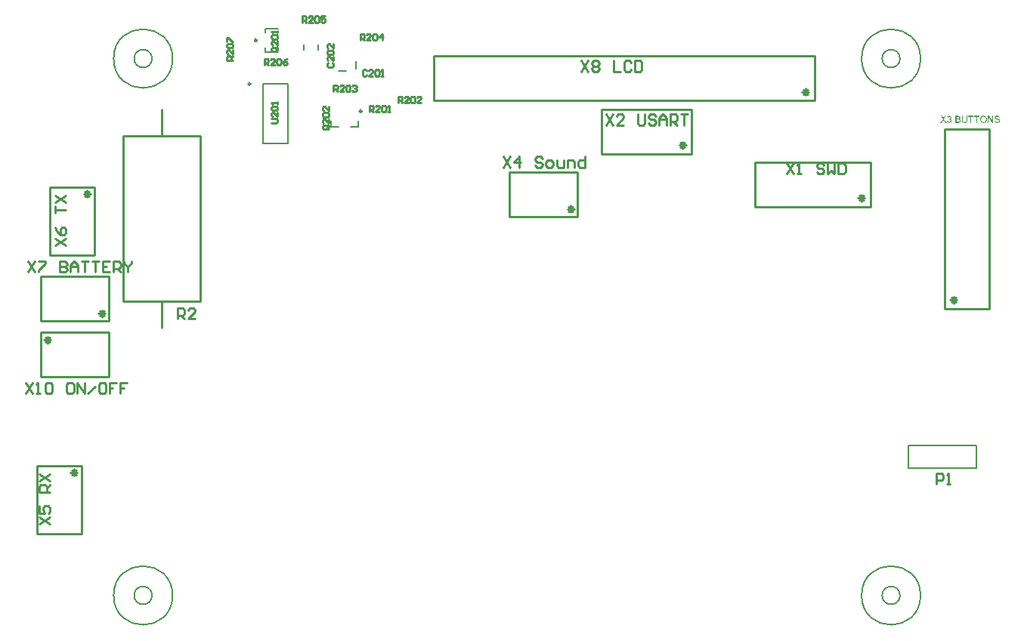
<source format=gto>
%FSLAX25Y25*%
%MOIN*%
G70*
G01*
G75*
%ADD10R,0.09449X0.03937*%
%ADD11R,0.09449X0.12992*%
%ADD12R,0.04331X0.03937*%
%ADD13R,0.03937X0.04331*%
%ADD14R,0.02362X0.05118*%
%ADD15R,0.03740X0.03543*%
%ADD16R,0.03740X0.03543*%
%ADD17R,0.07087X0.06299*%
%ADD18C,0.01969*%
%ADD19C,0.01181*%
%ADD20C,0.11811*%
%ADD21C,0.07874*%
%ADD22R,0.07874X0.07874*%
%ADD23C,0.09843*%
%ADD24C,0.05906*%
%ADD25R,0.19685X0.05118*%
%ADD26R,0.06299X0.07087*%
%ADD27R,0.09449X0.10236*%
%ADD28R,0.10236X0.09449*%
%ADD29R,0.05118X0.02362*%
%ADD30O,0.08661X0.02362*%
%ADD31O,0.07087X0.01181*%
%ADD32O,0.01181X0.07087*%
%ADD33R,0.03937X0.09449*%
%ADD34R,0.12992X0.09449*%
%ADD35O,0.02362X0.08661*%
%ADD36R,0.06299X0.04921*%
%ADD37R,0.09449X0.12992*%
%ADD38R,0.04921X0.06299*%
%ADD39R,0.09449X0.07087*%
%ADD40C,0.03937*%
%ADD41C,0.07874*%
%ADD42C,0.00984*%
%ADD43C,0.00787*%
%ADD44C,0.01000*%
G36*
X612250Y428441D02*
Y428437D01*
Y428419D01*
Y428398D01*
Y428367D01*
X612245Y428328D01*
Y428284D01*
X612241Y428232D01*
X612236Y428179D01*
X612223Y428061D01*
X612206Y427939D01*
X612180Y427821D01*
X612162Y427764D01*
X612145Y427712D01*
Y427707D01*
X612140Y427699D01*
X612132Y427685D01*
X612123Y427668D01*
X612097Y427620D01*
X612057Y427559D01*
X612005Y427489D01*
X611944Y427419D01*
X611865Y427345D01*
X611769Y427279D01*
X611764D01*
X611756Y427270D01*
X611743Y427266D01*
X611721Y427253D01*
X611694Y427240D01*
X611660Y427226D01*
X611625Y427213D01*
X611581Y427196D01*
X611533Y427178D01*
X611480Y427165D01*
X611424Y427152D01*
X611358Y427139D01*
X611293Y427130D01*
X611223Y427122D01*
X611065Y427113D01*
X611026D01*
X610995Y427117D01*
X610960D01*
X610917Y427122D01*
X610869Y427126D01*
X610820Y427130D01*
X610711Y427148D01*
X610593Y427174D01*
X610480Y427209D01*
X610370Y427257D01*
X610366D01*
X610357Y427266D01*
X610344Y427275D01*
X610327Y427283D01*
X610279Y427318D01*
X610222Y427366D01*
X610156Y427427D01*
X610095Y427497D01*
X610034Y427585D01*
X609986Y427681D01*
Y427685D01*
X609981Y427694D01*
X609977Y427712D01*
X609968Y427733D01*
X609960Y427760D01*
X609951Y427795D01*
X609938Y427834D01*
X609929Y427882D01*
X609920Y427935D01*
X609907Y427991D01*
X609898Y428053D01*
X609890Y428118D01*
X609881Y428192D01*
X609877Y428271D01*
X609872Y428354D01*
Y428441D01*
Y430189D01*
X610274D01*
Y428441D01*
Y428437D01*
Y428424D01*
Y428402D01*
Y428376D01*
X610279Y428345D01*
Y428306D01*
X610283Y428223D01*
X610292Y428127D01*
X610305Y428031D01*
X610322Y427939D01*
X610331Y427900D01*
X610344Y427860D01*
X610349Y427851D01*
X610357Y427830D01*
X610379Y427799D01*
X610405Y427755D01*
X610436Y427712D01*
X610480Y427664D01*
X610532Y427615D01*
X610593Y427576D01*
X610602Y427572D01*
X610624Y427559D01*
X610663Y427545D01*
X610716Y427528D01*
X610777Y427506D01*
X610855Y427493D01*
X610939Y427480D01*
X611030Y427476D01*
X611074D01*
X611100Y427480D01*
X611139D01*
X611179Y427484D01*
X611275Y427502D01*
X611380Y427524D01*
X611480Y427559D01*
X611577Y427607D01*
X611620Y427637D01*
X611660Y427672D01*
X611664Y427677D01*
X611668Y427681D01*
X611677Y427694D01*
X611690Y427712D01*
X611703Y427738D01*
X611721Y427764D01*
X611738Y427803D01*
X611756Y427843D01*
X611773Y427891D01*
X611786Y427948D01*
X611804Y428013D01*
X611817Y428083D01*
X611830Y428162D01*
X611839Y428245D01*
X611847Y428341D01*
Y428441D01*
Y430189D01*
X612250D01*
Y428441D01*
D02*
G37*
G36*
X608251Y430185D02*
X608286D01*
X608365Y430176D01*
X608452Y430167D01*
X608544Y430150D01*
X608636Y430128D01*
X608718Y430098D01*
X608723D01*
X608727Y430093D01*
X608753Y430080D01*
X608793Y430058D01*
X608837Y430028D01*
X608889Y429988D01*
X608946Y429940D01*
X608998Y429879D01*
X609046Y429814D01*
X609051Y429805D01*
X609064Y429779D01*
X609086Y429744D01*
X609107Y429691D01*
X609129Y429630D01*
X609151Y429565D01*
X609164Y429490D01*
X609169Y429416D01*
Y429407D01*
Y429385D01*
X609164Y429346D01*
X609156Y429298D01*
X609142Y429241D01*
X609121Y429180D01*
X609094Y429119D01*
X609059Y429053D01*
X609055Y429044D01*
X609042Y429027D01*
X609016Y428992D01*
X608981Y428957D01*
X608937Y428913D01*
X608885Y428865D01*
X608819Y428822D01*
X608745Y428778D01*
X608749D01*
X608758Y428773D01*
X608771Y428769D01*
X608788Y428760D01*
X608841Y428743D01*
X608902Y428712D01*
X608968Y428673D01*
X609042Y428625D01*
X609107Y428568D01*
X609169Y428498D01*
X609173Y428489D01*
X609191Y428463D01*
X609217Y428424D01*
X609243Y428371D01*
X609269Y428302D01*
X609295Y428227D01*
X609313Y428140D01*
X609317Y428044D01*
Y428039D01*
Y428035D01*
Y428009D01*
X609313Y427965D01*
X609304Y427913D01*
X609295Y427851D01*
X609278Y427786D01*
X609256Y427716D01*
X609226Y427646D01*
X609221Y427637D01*
X609208Y427615D01*
X609191Y427585D01*
X609164Y427541D01*
X609129Y427497D01*
X609094Y427449D01*
X609051Y427401D01*
X609003Y427362D01*
X608998Y427358D01*
X608981Y427345D01*
X608950Y427327D01*
X608911Y427310D01*
X608863Y427283D01*
X608806Y427257D01*
X608745Y427235D01*
X608671Y427213D01*
X608662D01*
X608636Y427205D01*
X608592Y427200D01*
X608535Y427192D01*
X608465Y427183D01*
X608382Y427174D01*
X608290Y427170D01*
X608185Y427165D01*
X607032D01*
Y430189D01*
X608220D01*
X608251Y430185D01*
D02*
G37*
G36*
X617668Y429831D02*
X616672D01*
Y427165D01*
X616270D01*
Y429831D01*
X615274D01*
Y430189D01*
X617668D01*
Y429831D01*
D02*
G37*
G36*
X615086D02*
X614089D01*
Y427165D01*
X613687D01*
Y429831D01*
X612691D01*
Y430189D01*
X615086D01*
Y429831D01*
D02*
G37*
G36*
X623747Y427165D02*
X623332D01*
X621750Y429538D01*
Y427165D01*
X621365D01*
Y430189D01*
X621776D01*
X623362Y427812D01*
Y430189D01*
X623747D01*
Y427165D01*
D02*
G37*
G36*
X602032Y428752D02*
X603164Y427165D01*
X602670D01*
X601906Y428240D01*
X601901Y428245D01*
X601893Y428258D01*
X601884Y428275D01*
X601866Y428297D01*
X601827Y428358D01*
X601783Y428424D01*
X601779Y428419D01*
X601766Y428402D01*
X601748Y428376D01*
X601727Y428341D01*
X601679Y428271D01*
X601657Y428240D01*
X601639Y428214D01*
X600874Y427165D01*
X600394D01*
X601560Y428730D01*
X600529Y430189D01*
X601006D01*
X601556Y429412D01*
Y429407D01*
X601565Y429403D01*
X601574Y429390D01*
X601587Y429372D01*
X601613Y429328D01*
X601652Y429276D01*
X601692Y429215D01*
X601731Y429154D01*
X601766Y429097D01*
X601796Y429044D01*
X601801Y429053D01*
X601814Y429071D01*
X601836Y429106D01*
X601866Y429149D01*
X601901Y429197D01*
X601945Y429259D01*
X601989Y429320D01*
X602041Y429385D01*
X602644Y430189D01*
X603081D01*
X602032Y428752D01*
D02*
G37*
G36*
X625547Y430237D02*
X625578D01*
X625661Y430229D01*
X625753Y430216D01*
X625849Y430194D01*
X625954Y430167D01*
X626050Y430133D01*
X626054D01*
X626063Y430128D01*
X626076Y430120D01*
X626094Y430111D01*
X626137Y430089D01*
X626194Y430050D01*
X626260Y430006D01*
X626325Y429949D01*
X626386Y429883D01*
X626443Y429809D01*
Y429805D01*
X626448Y429801D01*
X626456Y429787D01*
X626465Y429774D01*
X626487Y429731D01*
X626513Y429674D01*
X626544Y429604D01*
X626566Y429521D01*
X626587Y429433D01*
X626596Y429337D01*
X626212Y429307D01*
Y429311D01*
Y429320D01*
X626207Y429333D01*
X626203Y429355D01*
X626190Y429403D01*
X626172Y429468D01*
X626146Y429538D01*
X626107Y429608D01*
X626059Y429674D01*
X625997Y429735D01*
X625989Y429739D01*
X625967Y429757D01*
X625923Y429783D01*
X625866Y429809D01*
X625792Y429835D01*
X625705Y429862D01*
X625596Y429879D01*
X625473Y429883D01*
X625412D01*
X625386Y429879D01*
X625351Y429875D01*
X625272Y429866D01*
X625185Y429848D01*
X625097Y429827D01*
X625014Y429792D01*
X624979Y429770D01*
X624944Y429748D01*
X624936Y429744D01*
X624918Y429726D01*
X624892Y429696D01*
X624866Y429661D01*
X624835Y429613D01*
X624809Y429560D01*
X624791Y429499D01*
X624783Y429429D01*
Y429420D01*
Y429403D01*
X624787Y429372D01*
X624796Y429337D01*
X624809Y429293D01*
X624831Y429250D01*
X624857Y429206D01*
X624896Y429162D01*
X624901Y429158D01*
X624923Y429145D01*
X624940Y429132D01*
X624958Y429123D01*
X624984Y429110D01*
X625014Y429093D01*
X625054Y429079D01*
X625097Y429062D01*
X625145Y429044D01*
X625202Y429023D01*
X625263Y429005D01*
X625333Y428983D01*
X625412Y428966D01*
X625499Y428944D01*
X625504D01*
X625521Y428940D01*
X625547Y428935D01*
X625578Y428927D01*
X625617Y428918D01*
X625665Y428905D01*
X625713Y428892D01*
X625766Y428878D01*
X625879Y428848D01*
X625989Y428817D01*
X626041Y428800D01*
X626089Y428782D01*
X626133Y428769D01*
X626168Y428752D01*
X626172D01*
X626181Y428747D01*
X626194Y428739D01*
X626212Y428730D01*
X626260Y428704D01*
X626316Y428669D01*
X626382Y428621D01*
X626448Y428568D01*
X626509Y428507D01*
X626561Y428441D01*
X626566Y428433D01*
X626583Y428411D01*
X626601Y428371D01*
X626627Y428319D01*
X626649Y428258D01*
X626671Y428184D01*
X626684Y428100D01*
X626688Y428013D01*
Y428009D01*
Y428004D01*
Y427991D01*
Y427974D01*
X626679Y427926D01*
X626671Y427865D01*
X626653Y427795D01*
X626631Y427720D01*
X626596Y427642D01*
X626548Y427559D01*
Y427554D01*
X626544Y427550D01*
X626522Y427524D01*
X626491Y427484D01*
X626448Y427441D01*
X626391Y427388D01*
X626321Y427331D01*
X626242Y427279D01*
X626151Y427231D01*
X626146D01*
X626137Y427226D01*
X626124Y427222D01*
X626107Y427213D01*
X626081Y427205D01*
X626050Y427192D01*
X625980Y427174D01*
X625897Y427152D01*
X625797Y427130D01*
X625687Y427117D01*
X625569Y427113D01*
X625499D01*
X625464Y427117D01*
X625425D01*
X625381Y427122D01*
X625329Y427126D01*
X625220Y427143D01*
X625106Y427161D01*
X624992Y427192D01*
X624883Y427231D01*
X624879D01*
X624870Y427235D01*
X624857Y427244D01*
X624839Y427253D01*
X624787Y427279D01*
X624726Y427318D01*
X624656Y427371D01*
X624582Y427432D01*
X624512Y427506D01*
X624446Y427589D01*
Y427594D01*
X624437Y427602D01*
X624433Y427615D01*
X624420Y427633D01*
X624411Y427655D01*
X624398Y427681D01*
X624368Y427747D01*
X624337Y427830D01*
X624311Y427921D01*
X624293Y428026D01*
X624285Y428135D01*
X624660Y428170D01*
Y428166D01*
Y428162D01*
X624665Y428149D01*
Y428131D01*
X624673Y428092D01*
X624686Y428035D01*
X624704Y427978D01*
X624721Y427913D01*
X624752Y427851D01*
X624783Y427795D01*
X624787Y427790D01*
X624800Y427773D01*
X624822Y427742D01*
X624857Y427712D01*
X624901Y427672D01*
X624949Y427633D01*
X625014Y427594D01*
X625084Y427559D01*
X625089D01*
X625093Y427554D01*
X625106Y427550D01*
X625119Y427545D01*
X625163Y427532D01*
X625220Y427515D01*
X625290Y427497D01*
X625368Y427484D01*
X625456Y427476D01*
X625552Y427471D01*
X625591D01*
X625635Y427476D01*
X625687Y427480D01*
X625748Y427489D01*
X625818Y427497D01*
X625888Y427515D01*
X625954Y427537D01*
X625963Y427541D01*
X625984Y427550D01*
X626015Y427567D01*
X626054Y427585D01*
X626094Y427615D01*
X626137Y427646D01*
X626181Y427681D01*
X626216Y427725D01*
X626220Y427729D01*
X626229Y427747D01*
X626242Y427768D01*
X626260Y427803D01*
X626277Y427838D01*
X626290Y427882D01*
X626299Y427930D01*
X626303Y427983D01*
Y427987D01*
Y428009D01*
X626299Y428035D01*
X626295Y428070D01*
X626282Y428105D01*
X626268Y428149D01*
X626247Y428192D01*
X626216Y428232D01*
X626212Y428236D01*
X626198Y428249D01*
X626181Y428267D01*
X626151Y428293D01*
X626116Y428319D01*
X626067Y428350D01*
X626011Y428380D01*
X625945Y428406D01*
X625941Y428411D01*
X625919Y428415D01*
X625884Y428428D01*
X625862Y428433D01*
X625832Y428441D01*
X625801Y428454D01*
X625762Y428463D01*
X625718Y428476D01*
X625665Y428489D01*
X625613Y428503D01*
X625552Y428520D01*
X625482Y428538D01*
X625408Y428555D01*
X625403D01*
X625390Y428559D01*
X625368Y428564D01*
X625342Y428573D01*
X625307Y428581D01*
X625268Y428590D01*
X625180Y428616D01*
X625084Y428647D01*
X624984Y428677D01*
X624896Y428708D01*
X624857Y428725D01*
X624822Y428743D01*
X624818D01*
X624813Y428747D01*
X624787Y428765D01*
X624748Y428787D01*
X624704Y428822D01*
X624652Y428861D01*
X624599Y428909D01*
X624547Y428966D01*
X624503Y429027D01*
X624499Y429036D01*
X624485Y429058D01*
X624468Y429093D01*
X624451Y429136D01*
X624433Y429193D01*
X624416Y429259D01*
X624403Y429328D01*
X624398Y429403D01*
Y429407D01*
Y429412D01*
Y429425D01*
Y429442D01*
X624407Y429486D01*
X624416Y429543D01*
X624429Y429608D01*
X624451Y429682D01*
X624481Y429757D01*
X624525Y429831D01*
Y429835D01*
X624529Y429840D01*
X624551Y429866D01*
X624582Y429901D01*
X624621Y429945D01*
X624673Y429993D01*
X624739Y430045D01*
X624818Y430093D01*
X624905Y430137D01*
X624909D01*
X624918Y430141D01*
X624931Y430146D01*
X624949Y430154D01*
X624971Y430163D01*
X625001Y430172D01*
X625067Y430189D01*
X625150Y430207D01*
X625246Y430224D01*
X625346Y430237D01*
X625460Y430242D01*
X625517D01*
X625547Y430237D01*
D02*
G37*
G36*
X604410Y430198D02*
X604466Y430189D01*
X604536Y430176D01*
X604615Y430154D01*
X604694Y430128D01*
X604772Y430093D01*
X604777D01*
X604781Y430089D01*
X604807Y430076D01*
X604847Y430050D01*
X604890Y430019D01*
X604943Y429975D01*
X604995Y429927D01*
X605048Y429870D01*
X605091Y429805D01*
X605096Y429796D01*
X605109Y429774D01*
X605126Y429735D01*
X605148Y429687D01*
X605170Y429630D01*
X605188Y429565D01*
X605201Y429490D01*
X605205Y429416D01*
Y429407D01*
Y429381D01*
X605201Y429346D01*
X605192Y429298D01*
X605179Y429241D01*
X605157Y429180D01*
X605131Y429119D01*
X605096Y429058D01*
X605091Y429049D01*
X605078Y429031D01*
X605052Y429001D01*
X605017Y428966D01*
X604974Y428927D01*
X604921Y428883D01*
X604860Y428843D01*
X604785Y428804D01*
X604790D01*
X604799Y428800D01*
X604812Y428795D01*
X604829Y428791D01*
X604877Y428773D01*
X604939Y428747D01*
X605008Y428712D01*
X605078Y428669D01*
X605144Y428612D01*
X605205Y428546D01*
X605209Y428538D01*
X605227Y428511D01*
X605253Y428468D01*
X605279Y428411D01*
X605306Y428341D01*
X605332Y428258D01*
X605349Y428162D01*
X605354Y428057D01*
Y428053D01*
Y428039D01*
Y428018D01*
X605349Y427991D01*
X605345Y427956D01*
X605336Y427917D01*
X605327Y427873D01*
X605319Y427825D01*
X605284Y427720D01*
X605258Y427664D01*
X605231Y427611D01*
X605196Y427554D01*
X605157Y427497D01*
X605113Y427441D01*
X605061Y427388D01*
X605056Y427384D01*
X605048Y427375D01*
X605030Y427362D01*
X605008Y427345D01*
X604982Y427323D01*
X604947Y427301D01*
X604908Y427275D01*
X604860Y427253D01*
X604812Y427226D01*
X604755Y427200D01*
X604698Y427178D01*
X604633Y427157D01*
X604563Y427139D01*
X604488Y427126D01*
X604414Y427117D01*
X604331Y427113D01*
X604292D01*
X604265Y427117D01*
X604231Y427122D01*
X604191Y427126D01*
X604147Y427135D01*
X604100Y427143D01*
X603995Y427170D01*
X603885Y427213D01*
X603828Y427240D01*
X603776Y427270D01*
X603724Y427310D01*
X603671Y427349D01*
X603667Y427353D01*
X603658Y427362D01*
X603645Y427375D01*
X603632Y427393D01*
X603610Y427414D01*
X603588Y427445D01*
X603562Y427476D01*
X603536Y427515D01*
X603510Y427559D01*
X603483Y427602D01*
X603435Y427707D01*
X603396Y427830D01*
X603383Y427895D01*
X603374Y427965D01*
X603746Y428013D01*
Y428009D01*
X603750Y428000D01*
X603754Y427983D01*
X603759Y427961D01*
X603763Y427935D01*
X603772Y427904D01*
X603794Y427838D01*
X603824Y427760D01*
X603863Y427685D01*
X603907Y427615D01*
X603960Y427554D01*
X603968Y427550D01*
X603986Y427532D01*
X604021Y427511D01*
X604065Y427489D01*
X604117Y427462D01*
X604182Y427441D01*
X604257Y427423D01*
X604335Y427419D01*
X604362D01*
X604379Y427423D01*
X604427Y427427D01*
X604488Y427441D01*
X604558Y427462D01*
X604633Y427493D01*
X604707Y427537D01*
X604777Y427598D01*
X604785Y427607D01*
X604807Y427633D01*
X604834Y427672D01*
X604869Y427725D01*
X604904Y427790D01*
X604930Y427865D01*
X604952Y427952D01*
X604960Y428048D01*
Y428053D01*
Y428061D01*
Y428074D01*
X604956Y428092D01*
X604952Y428140D01*
X604939Y428197D01*
X604921Y428267D01*
X604890Y428336D01*
X604847Y428406D01*
X604790Y428472D01*
X604781Y428481D01*
X604759Y428498D01*
X604724Y428524D01*
X604676Y428555D01*
X604615Y428586D01*
X604541Y428612D01*
X604458Y428629D01*
X604366Y428638D01*
X604327D01*
X604296Y428634D01*
X604257Y428629D01*
X604213Y428621D01*
X604161Y428612D01*
X604104Y428599D01*
X604147Y428927D01*
X604169D01*
X604187Y428922D01*
X604244D01*
X604292Y428931D01*
X604349Y428940D01*
X604414Y428953D01*
X604488Y428974D01*
X604558Y429005D01*
X604633Y429044D01*
X604637D01*
X604641Y429049D01*
X604663Y429066D01*
X604694Y429097D01*
X604729Y429136D01*
X604764Y429193D01*
X604794Y429259D01*
X604816Y429333D01*
X604825Y429377D01*
Y429425D01*
Y429429D01*
Y429433D01*
Y429460D01*
X604816Y429495D01*
X604807Y429543D01*
X604790Y429595D01*
X604768Y429652D01*
X604733Y429709D01*
X604685Y429761D01*
X604681Y429766D01*
X604659Y429783D01*
X604628Y429805D01*
X604589Y429831D01*
X604536Y429853D01*
X604475Y429875D01*
X604405Y429892D01*
X604327Y429897D01*
X604292D01*
X604252Y429888D01*
X604200Y429879D01*
X604143Y429862D01*
X604086Y429840D01*
X604025Y429805D01*
X603968Y429761D01*
X603964Y429757D01*
X603946Y429735D01*
X603920Y429704D01*
X603890Y429661D01*
X603859Y429604D01*
X603828Y429534D01*
X603802Y429451D01*
X603785Y429355D01*
X603413Y429420D01*
Y429425D01*
X603418Y429438D01*
X603422Y429455D01*
X603427Y429482D01*
X603435Y429512D01*
X603448Y429547D01*
X603475Y429630D01*
X603518Y429726D01*
X603571Y429822D01*
X603636Y429914D01*
X603719Y429997D01*
X603724Y430001D01*
X603732Y430006D01*
X603746Y430015D01*
X603763Y430028D01*
X603785Y430045D01*
X603815Y430063D01*
X603846Y430080D01*
X603885Y430102D01*
X603973Y430137D01*
X604073Y430172D01*
X604191Y430194D01*
X604252Y430202D01*
X604362D01*
X604410Y430198D01*
D02*
G37*
G36*
X619478Y430237D02*
X619517D01*
X619556Y430233D01*
X619609Y430224D01*
X619661Y430216D01*
X619775Y430194D01*
X619906Y430159D01*
X620033Y430106D01*
X620098Y430076D01*
X620164Y430041D01*
X620168Y430036D01*
X620177Y430032D01*
X620194Y430019D01*
X620220Y430006D01*
X620247Y429984D01*
X620282Y429958D01*
X620356Y429897D01*
X620435Y429818D01*
X620522Y429722D01*
X620605Y429608D01*
X620675Y429482D01*
Y429477D01*
X620684Y429464D01*
X620692Y429447D01*
X620701Y429420D01*
X620719Y429385D01*
X620732Y429346D01*
X620749Y429298D01*
X620767Y429246D01*
X620780Y429189D01*
X620797Y429128D01*
X620815Y429058D01*
X620828Y428988D01*
X620845Y428835D01*
X620854Y428669D01*
Y428664D01*
Y428647D01*
Y428625D01*
X620850Y428590D01*
Y428551D01*
X620845Y428503D01*
X620837Y428450D01*
X620832Y428393D01*
X620810Y428267D01*
X620775Y428127D01*
X620727Y427987D01*
X620701Y427917D01*
X620666Y427847D01*
Y427843D01*
X620657Y427830D01*
X620649Y427812D01*
X620631Y427786D01*
X620614Y427755D01*
X620592Y427725D01*
X620531Y427642D01*
X620456Y427554D01*
X620369Y427462D01*
X620264Y427375D01*
X620142Y427296D01*
X620137D01*
X620129Y427288D01*
X620107Y427279D01*
X620081Y427266D01*
X620050Y427253D01*
X620015Y427240D01*
X619971Y427222D01*
X619923Y427205D01*
X619871Y427187D01*
X619814Y427170D01*
X619687Y427143D01*
X619552Y427122D01*
X619408Y427113D01*
X619364D01*
X619338Y427117D01*
X619298D01*
X619255Y427126D01*
X619206Y427130D01*
X619150Y427139D01*
X619032Y427165D01*
X618905Y427200D01*
X618774Y427253D01*
X618708Y427283D01*
X618643Y427318D01*
X618639Y427323D01*
X618630Y427327D01*
X618612Y427340D01*
X618586Y427358D01*
X618560Y427375D01*
X618529Y427401D01*
X618455Y427467D01*
X618372Y427545D01*
X618285Y427642D01*
X618206Y427751D01*
X618131Y427878D01*
Y427882D01*
X618123Y427895D01*
X618114Y427913D01*
X618105Y427939D01*
X618092Y427974D01*
X618079Y428013D01*
X618062Y428057D01*
X618048Y428105D01*
X618031Y428162D01*
X618013Y428219D01*
X617987Y428350D01*
X617970Y428485D01*
X617961Y428634D01*
Y428638D01*
Y428642D01*
Y428669D01*
X617966Y428708D01*
Y428760D01*
X617974Y428822D01*
X617983Y428896D01*
X617996Y428979D01*
X618013Y429066D01*
X618031Y429158D01*
X618057Y429254D01*
X618092Y429350D01*
X618131Y429451D01*
X618175Y429547D01*
X618232Y429643D01*
X618293Y429731D01*
X618363Y429814D01*
X618367Y429818D01*
X618381Y429831D01*
X618407Y429853D01*
X618437Y429879D01*
X618477Y429914D01*
X618525Y429949D01*
X618582Y429988D01*
X618647Y430028D01*
X618717Y430067D01*
X618796Y430106D01*
X618883Y430141D01*
X618975Y430176D01*
X619075Y430202D01*
X619180Y430224D01*
X619290Y430237D01*
X619408Y430242D01*
X619447D01*
X619478Y430237D01*
D02*
G37*
%LPC*%
G36*
X608150Y429831D02*
X607434D01*
Y428922D01*
X608177D01*
X608233Y428927D01*
X608295Y428931D01*
X608356Y428935D01*
X608417Y428944D01*
X608465Y428953D01*
X608474Y428957D01*
X608491Y428961D01*
X608518Y428974D01*
X608553Y428992D01*
X608587Y429009D01*
X608627Y429036D01*
X608666Y429071D01*
X608697Y429106D01*
X608701Y429110D01*
X608710Y429123D01*
X608723Y429149D01*
X608736Y429180D01*
X608749Y429215D01*
X608762Y429259D01*
X608771Y429311D01*
X608775Y429368D01*
Y429377D01*
Y429394D01*
X608771Y429420D01*
X608767Y429455D01*
X608758Y429499D01*
X608745Y429543D01*
X608727Y429586D01*
X608701Y429630D01*
X608697Y429634D01*
X608688Y429647D01*
X608671Y429669D01*
X608649Y429691D01*
X608618Y429717D01*
X608583Y429744D01*
X608539Y429770D01*
X608491Y429787D01*
X608487D01*
X608465Y429796D01*
X608434Y429801D01*
X608386Y429809D01*
X608321Y429818D01*
X608247Y429822D01*
X608150Y429831D01*
D02*
G37*
G36*
X608229Y428564D02*
X607434D01*
Y427524D01*
X608295D01*
X608386Y427528D01*
X608426Y427532D01*
X608461Y427537D01*
X608465D01*
X608483Y427541D01*
X608509Y427545D01*
X608539Y427554D01*
X608614Y427580D01*
X608688Y427615D01*
X608692Y427620D01*
X608705Y427629D01*
X608723Y427642D01*
X608745Y427659D01*
X608767Y427685D01*
X608797Y427712D01*
X608819Y427747D01*
X608845Y427786D01*
X608850Y427790D01*
X608854Y427803D01*
X608863Y427830D01*
X608876Y427860D01*
X608889Y427895D01*
X608898Y427939D01*
X608902Y427991D01*
X608907Y428044D01*
Y428053D01*
Y428070D01*
X608902Y428105D01*
X608893Y428144D01*
X608885Y428188D01*
X608867Y428236D01*
X608845Y428284D01*
X608815Y428332D01*
X608810Y428336D01*
X608797Y428354D01*
X608780Y428376D01*
X608753Y428402D01*
X608718Y428433D01*
X608675Y428463D01*
X608627Y428489D01*
X608570Y428511D01*
X608561Y428516D01*
X608544Y428520D01*
X608504Y428529D01*
X608456Y428538D01*
X608395Y428546D01*
X608321Y428555D01*
X608229Y428564D01*
D02*
G37*
G36*
X619408Y429897D02*
X619368D01*
X619338Y429892D01*
X619298Y429888D01*
X619259Y429879D01*
X619211Y429870D01*
X619159Y429862D01*
X619045Y429827D01*
X618984Y429801D01*
X618923Y429774D01*
X618857Y429739D01*
X618796Y429700D01*
X618735Y429656D01*
X618678Y429604D01*
X618673Y429599D01*
X618665Y429591D01*
X618652Y429573D01*
X618630Y429547D01*
X618608Y429516D01*
X618582Y429477D01*
X618555Y429429D01*
X618525Y429372D01*
X618499Y429311D01*
X618468Y429237D01*
X618442Y429158D01*
X618420Y429071D01*
X618398Y428974D01*
X618385Y428865D01*
X618376Y428752D01*
X618372Y428629D01*
Y428625D01*
Y428607D01*
Y428577D01*
X618376Y428538D01*
X618381Y428494D01*
X618389Y428441D01*
X618398Y428380D01*
X618407Y428319D01*
X618442Y428179D01*
X618468Y428109D01*
X618494Y428035D01*
X618529Y427965D01*
X618569Y427895D01*
X618612Y427830D01*
X618665Y427768D01*
X618669Y427764D01*
X618678Y427755D01*
X618695Y427738D01*
X618717Y427720D01*
X618748Y427694D01*
X618783Y427668D01*
X618822Y427642D01*
X618866Y427611D01*
X618918Y427580D01*
X618975Y427554D01*
X619036Y427528D01*
X619102Y427502D01*
X619172Y427484D01*
X619242Y427467D01*
X619320Y427458D01*
X619403Y427454D01*
X619425D01*
X619447Y427458D01*
X619478D01*
X619517Y427462D01*
X619560Y427471D01*
X619613Y427480D01*
X619665Y427493D01*
X619727Y427511D01*
X619783Y427532D01*
X619849Y427554D01*
X619910Y427585D01*
X619971Y427624D01*
X620033Y427664D01*
X620094Y427712D01*
X620151Y427768D01*
X620155Y427773D01*
X620164Y427781D01*
X620177Y427803D01*
X620198Y427830D01*
X620220Y427860D01*
X620242Y427900D01*
X620268Y427948D01*
X620299Y428000D01*
X620325Y428061D01*
X620352Y428131D01*
X620373Y428205D01*
X620400Y428284D01*
X620417Y428371D01*
X620430Y428468D01*
X620439Y428568D01*
X620443Y428673D01*
Y428677D01*
Y428690D01*
Y428708D01*
Y428734D01*
X620439Y428765D01*
Y428804D01*
X620435Y428843D01*
X620426Y428892D01*
X620413Y428992D01*
X620391Y429097D01*
X620360Y429211D01*
X620317Y429315D01*
Y429320D01*
X620312Y429328D01*
X620303Y429342D01*
X620295Y429359D01*
X620264Y429412D01*
X620225Y429473D01*
X620172Y429543D01*
X620107Y429613D01*
X620033Y429682D01*
X619949Y429744D01*
X619945D01*
X619941Y429752D01*
X619928Y429757D01*
X619906Y429770D01*
X619884Y429779D01*
X619858Y429792D01*
X619792Y429822D01*
X619713Y429848D01*
X619622Y429875D01*
X619517Y429892D01*
X619408Y429897D01*
D02*
G37*
%LPD*%
D42*
X296161Y444291D02*
G03*
X296161Y444291I-492J0D01*
G01*
X345177Y432283D02*
G03*
X345177Y432283I-492J0D01*
G01*
X298917Y463583D02*
G03*
X298917Y463583I-492J0D01*
G01*
D43*
X252637Y455487D02*
G03*
X252637Y455487I-3937J0D01*
G01*
Y218479D02*
G03*
X252637Y218479I-3937J0D01*
G01*
X582558Y455487D02*
G03*
X582558Y455487I-3937J0D01*
G01*
Y218479D02*
G03*
X582558Y218479I-3937J0D01*
G01*
X591613Y455487D02*
G03*
X591613Y455487I-12992J0D01*
G01*
Y218479D02*
G03*
X591613Y218479I-12992J0D01*
G01*
X261692Y455487D02*
G03*
X261692Y455487I-12992J0D01*
G01*
Y218479D02*
G03*
X261692Y218479I-12992J0D01*
G01*
X301575Y417913D02*
Y444291D01*
X312598Y417913D02*
Y444291D01*
X301575D02*
X312598D01*
X301575Y417913D02*
X312598D01*
X335039Y450000D02*
X338189D01*
X342717Y451181D02*
Y454331D01*
X343504Y425394D02*
Y428150D01*
X340354Y425394D02*
X343504D01*
X331693D02*
Y428150D01*
Y425394D02*
X334842D01*
X302461Y458464D02*
X308268D01*
X302461Y468701D02*
X308268D01*
X302461Y458464D02*
Y460236D01*
Y466929D02*
Y468701D01*
X586417Y284528D02*
X616221D01*
X586417Y274528D02*
X616221D01*
Y284528D01*
X586417Y274528D02*
Y284528D01*
X319685Y459449D02*
Y461811D01*
X325984Y459449D02*
Y461811D01*
D44*
X239961Y348425D02*
Y421260D01*
X271457D01*
X273819D01*
Y348425D02*
Y421260D01*
X239961Y348425D02*
X273819D01*
X256890Y336614D02*
Y348425D01*
Y421260D02*
Y433071D01*
X518701Y409842D02*
X569567D01*
X518701Y390158D02*
Y409842D01*
X564567Y393000D02*
X566567Y395000D01*
X564567D02*
X566567Y393000D01*
X564067Y394000D02*
X567067D01*
X565567Y392500D02*
Y395500D01*
X569567Y390158D02*
Y409842D01*
X518701Y390158D02*
X569567D01*
X450787Y413386D02*
X490630D01*
Y433071D01*
X486630Y415728D02*
Y418728D01*
X485130Y417228D02*
X488130D01*
X485630Y418228D02*
X487630Y416228D01*
X485630D02*
X487630Y418228D01*
X450787Y413386D02*
Y433071D01*
X490630D01*
X602362Y345000D02*
Y424213D01*
Y345000D02*
X622047D01*
X604705Y349000D02*
X607705D01*
X606205Y347500D02*
Y350500D01*
X605205Y348000D02*
X607205Y350000D01*
X605205D02*
X607205Y348000D01*
X602362Y424213D02*
X622047D01*
Y345000D02*
Y424213D01*
X436276Y388169D02*
X438276Y390169D01*
X436276D02*
X438276Y388169D01*
X435776Y389169D02*
X438776D01*
X437276Y387669D02*
Y390669D01*
X440276Y385827D02*
Y405512D01*
X410276D02*
X440276D01*
X410276Y385827D02*
X440276D01*
X410276D02*
Y405512D01*
X217114Y273748D02*
X219114Y271748D01*
X217114D02*
X219114Y273748D01*
X218114Y271248D02*
Y274248D01*
X216614Y272748D02*
X219614D01*
X201772Y275748D02*
X221457D01*
X201772Y245748D02*
Y275748D01*
X221457Y245748D02*
Y275748D01*
X201772Y245748D02*
X221457D01*
X223020Y396779D02*
X225020Y394779D01*
X223020D02*
X225020Y396779D01*
X224020Y394280D02*
Y397280D01*
X222520Y395779D02*
X225520D01*
X207677Y398780D02*
X227362D01*
X207677Y368779D02*
Y398780D01*
X227362Y368779D02*
Y398780D01*
X207677Y368779D02*
X227362D01*
X229425Y341910D02*
X231425Y343910D01*
X229425D02*
X231425Y341910D01*
X228925Y342910D02*
X231925D01*
X230425Y341409D02*
Y344409D01*
X233425Y339567D02*
Y359252D01*
X203425D02*
X233425D01*
X203425Y339567D02*
X233425D01*
X203425D02*
Y359252D01*
X376969Y437008D02*
X544764D01*
X376969D02*
Y456693D01*
X544764D01*
Y437008D02*
Y456693D01*
X540764Y439350D02*
Y442350D01*
X539264Y440850D02*
X542264D01*
X539764Y441850D02*
X541764Y439850D01*
X539764D02*
X541764Y441850D01*
X205583Y330303D02*
X207583Y332303D01*
X205583D02*
X207583Y330303D01*
X205083Y331303D02*
X208083D01*
X206583Y329803D02*
Y332803D01*
X203583Y314961D02*
Y334646D01*
Y314961D02*
X233583D01*
X203583Y334646D02*
X233583D01*
Y314961D02*
Y334646D01*
X263779Y340551D02*
Y345274D01*
X266141D01*
X266928Y344487D01*
Y342913D01*
X266141Y342126D01*
X263779D01*
X265354D02*
X266928Y340551D01*
X271651D02*
X268502D01*
X271651Y343700D01*
Y344487D01*
X270864Y345274D01*
X269290D01*
X268502Y344487D01*
X305316Y427165D02*
X307612D01*
X308071Y427625D01*
Y428543D01*
X307612Y429002D01*
X305316D01*
X308071Y431757D02*
Y429920D01*
X306234Y431757D01*
X305775D01*
X305316Y431298D01*
Y430379D01*
X305775Y429920D01*
Y432675D02*
X305316Y433135D01*
Y434053D01*
X305775Y434512D01*
X307612D01*
X308071Y434053D01*
Y433135D01*
X307612Y432675D01*
X305775D01*
X308071Y435430D02*
Y436349D01*
Y435890D01*
X305316D01*
X305775Y435430D01*
X288386Y454724D02*
X285631D01*
Y456102D01*
X286090Y456561D01*
X287008D01*
X287468Y456102D01*
Y454724D01*
Y455643D02*
X288386Y456561D01*
Y459316D02*
Y457479D01*
X286549Y459316D01*
X286090D01*
X285631Y458857D01*
Y457939D01*
X286090Y457479D01*
Y460234D02*
X285631Y460694D01*
Y461612D01*
X286090Y462071D01*
X287927D01*
X288386Y461612D01*
Y460694D01*
X287927Y460234D01*
X286090D01*
X285631Y462990D02*
Y464826D01*
X286090D01*
X287927Y462990D01*
X288386D01*
X302165Y452756D02*
Y455511D01*
X303543D01*
X304002Y455052D01*
Y454133D01*
X303543Y453674D01*
X302165D01*
X303084D02*
X304002Y452756D01*
X306757D02*
X304920D01*
X306757Y454593D01*
Y455052D01*
X306298Y455511D01*
X305380D01*
X304920Y455052D01*
X307675D02*
X308135Y455511D01*
X309053D01*
X309512Y455052D01*
Y453215D01*
X309053Y452756D01*
X308135D01*
X307675Y453215D01*
Y455052D01*
X312267Y455511D02*
X311349Y455052D01*
X310430Y454133D01*
Y453215D01*
X310890Y452756D01*
X311808D01*
X312267Y453215D01*
Y453674D01*
X311808Y454133D01*
X310430D01*
X318898Y471457D02*
Y474212D01*
X320275D01*
X320734Y473752D01*
Y472834D01*
X320275Y472375D01*
X318898D01*
X319816D02*
X320734Y471457D01*
X323489D02*
X321653D01*
X323489Y473293D01*
Y473752D01*
X323030Y474212D01*
X322112D01*
X321653Y473752D01*
X324408D02*
X324867Y474212D01*
X325785D01*
X326244Y473752D01*
Y471916D01*
X325785Y471457D01*
X324867D01*
X324408Y471916D01*
Y473752D01*
X328999Y474212D02*
X327163D01*
Y472834D01*
X328081Y473293D01*
X328540D01*
X328999Y472834D01*
Y471916D01*
X328540Y471457D01*
X327622D01*
X327163Y471916D01*
X344488Y463583D02*
Y466338D01*
X345866D01*
X346325Y465878D01*
Y464960D01*
X345866Y464501D01*
X344488D01*
X345407D02*
X346325Y463583D01*
X349080D02*
X347243D01*
X349080Y465419D01*
Y465878D01*
X348621Y466338D01*
X347702D01*
X347243Y465878D01*
X349998D02*
X350457Y466338D01*
X351376D01*
X351835Y465878D01*
Y464042D01*
X351376Y463583D01*
X350457D01*
X349998Y464042D01*
Y465878D01*
X354131Y463583D02*
Y466338D01*
X352753Y464960D01*
X354590D01*
X332677Y440945D02*
Y443700D01*
X334055D01*
X334514Y443241D01*
Y442322D01*
X334055Y441863D01*
X332677D01*
X333595D02*
X334514Y440945D01*
X337269D02*
X335432D01*
X337269Y442782D01*
Y443241D01*
X336810Y443700D01*
X335891D01*
X335432Y443241D01*
X338187D02*
X338646Y443700D01*
X339565D01*
X340024Y443241D01*
Y441404D01*
X339565Y440945D01*
X338646D01*
X338187Y441404D01*
Y443241D01*
X340942D02*
X341401Y443700D01*
X342320D01*
X342779Y443241D01*
Y442782D01*
X342320Y442322D01*
X341861D01*
X342320D01*
X342779Y441863D01*
Y441404D01*
X342320Y440945D01*
X341401D01*
X340942Y441404D01*
X361221Y436024D02*
Y438779D01*
X362598D01*
X363057Y438319D01*
Y437401D01*
X362598Y436942D01*
X361221D01*
X362139D02*
X363057Y436024D01*
X365812D02*
X363976D01*
X365812Y437860D01*
Y438319D01*
X365353Y438779D01*
X364435D01*
X363976Y438319D01*
X366730D02*
X367190Y438779D01*
X368108D01*
X368567Y438319D01*
Y436483D01*
X368108Y436024D01*
X367190D01*
X366730Y436483D01*
Y438319D01*
X371322Y436024D02*
X369485D01*
X371322Y437860D01*
Y438319D01*
X370863Y438779D01*
X369945D01*
X369485Y438319D01*
X348425Y432087D02*
Y434842D01*
X349803D01*
X350262Y434382D01*
Y433464D01*
X349803Y433005D01*
X348425D01*
X349343D02*
X350262Y432087D01*
X353017D02*
X351180D01*
X353017Y433923D01*
Y434382D01*
X352558Y434842D01*
X351639D01*
X351180Y434382D01*
X353935D02*
X354394Y434842D01*
X355313D01*
X355772Y434382D01*
Y432546D01*
X355313Y432087D01*
X354394D01*
X353935Y432546D01*
Y434382D01*
X356690Y432087D02*
X357609D01*
X357149D01*
Y434842D01*
X356690Y434382D01*
X330250Y426049D02*
X328413D01*
X327954Y425590D01*
Y424672D01*
X328413Y424213D01*
X330250D01*
X330709Y424672D01*
Y425590D01*
X329790Y425131D02*
X330709Y426049D01*
Y425590D02*
X330250Y426049D01*
X330709Y428804D02*
Y426968D01*
X328872Y428804D01*
X328413D01*
X327954Y428345D01*
Y427427D01*
X328413Y426968D01*
Y429723D02*
X327954Y430182D01*
Y431100D01*
X328413Y431559D01*
X330250D01*
X330709Y431100D01*
Y430182D01*
X330250Y429723D01*
X328413D01*
X330709Y434314D02*
Y432478D01*
X328872Y434314D01*
X328413D01*
X327954Y433855D01*
Y432937D01*
X328413Y432478D01*
X307612Y460498D02*
X305775D01*
X305316Y460039D01*
Y459121D01*
X305775Y458661D01*
X307612D01*
X308071Y459121D01*
Y460039D01*
X307153Y459580D02*
X308071Y460498D01*
Y460039D02*
X307612Y460498D01*
X308071Y463253D02*
Y461416D01*
X306234Y463253D01*
X305775D01*
X305316Y462794D01*
Y461876D01*
X305775Y461416D01*
Y464172D02*
X305316Y464631D01*
Y465549D01*
X305775Y466008D01*
X307612D01*
X308071Y465549D01*
Y464631D01*
X307612Y464172D01*
X305775D01*
X308071Y466926D02*
Y467845D01*
Y467386D01*
X305316D01*
X305775Y466926D01*
X330381Y453608D02*
X329922Y453149D01*
Y452231D01*
X330381Y451772D01*
X332218D01*
X332677Y452231D01*
Y453149D01*
X332218Y453608D01*
X332677Y456363D02*
Y454527D01*
X330840Y456363D01*
X330381D01*
X329922Y455904D01*
Y454986D01*
X330381Y454527D01*
Y457282D02*
X329922Y457741D01*
Y458659D01*
X330381Y459118D01*
X332218D01*
X332677Y458659D01*
Y457741D01*
X332218Y457282D01*
X330381D01*
X332677Y461873D02*
Y460037D01*
X330840Y461873D01*
X330381D01*
X329922Y461414D01*
Y460496D01*
X330381Y460037D01*
X347309Y450131D02*
X346850Y450590D01*
X345932D01*
X345472Y450131D01*
Y448294D01*
X345932Y447835D01*
X346850D01*
X347309Y448294D01*
X350064Y447835D02*
X348228D01*
X350064Y449671D01*
Y450131D01*
X349605Y450590D01*
X348687D01*
X348228Y450131D01*
X350982D02*
X351442Y450590D01*
X352360D01*
X352819Y450131D01*
Y448294D01*
X352360Y447835D01*
X351442D01*
X350982Y448294D01*
Y450131D01*
X353737Y447835D02*
X354656D01*
X354197D01*
Y450590D01*
X353737Y450131D01*
X196850Y312400D02*
X199999Y307677D01*
Y312400D02*
X196850Y307677D01*
X201573D02*
X203148D01*
X202360D01*
Y312400D01*
X201573Y311613D01*
X205509D02*
X206296Y312400D01*
X207870D01*
X208658Y311613D01*
Y308464D01*
X207870Y307677D01*
X206296D01*
X205509Y308464D01*
Y311613D01*
X217316Y312400D02*
X215742D01*
X214955Y311613D01*
Y308464D01*
X215742Y307677D01*
X217316D01*
X218103Y308464D01*
Y311613D01*
X217316Y312400D01*
X219678Y307677D02*
Y312400D01*
X222826Y307677D01*
Y312400D01*
X224400Y307677D02*
X227549Y310826D01*
X231485Y312400D02*
X229911D01*
X229123Y311613D01*
Y308464D01*
X229911Y307677D01*
X231485D01*
X232272Y308464D01*
Y311613D01*
X231485Y312400D01*
X236995D02*
X233846D01*
Y310039D01*
X235421D01*
X233846D01*
Y307677D01*
X241718Y312400D02*
X238569D01*
Y310039D01*
X240143D01*
X238569D01*
Y307677D01*
X441929Y454526D02*
X445078Y449803D01*
Y454526D02*
X441929Y449803D01*
X446652Y453739D02*
X447439Y454526D01*
X449014D01*
X449801Y453739D01*
Y452952D01*
X449014Y452165D01*
X449801Y451377D01*
Y450590D01*
X449014Y449803D01*
X447439D01*
X446652Y450590D01*
Y451377D01*
X447439Y452165D01*
X446652Y452952D01*
Y453739D01*
X447439Y452165D02*
X449014D01*
X456098Y454526D02*
Y449803D01*
X459246D01*
X463969Y453739D02*
X463182Y454526D01*
X461608D01*
X460821Y453739D01*
Y450590D01*
X461608Y449803D01*
X463182D01*
X463969Y450590D01*
X465544Y454526D02*
Y449803D01*
X467905D01*
X468692Y450590D01*
Y453739D01*
X467905Y454526D01*
X465544D01*
X197835Y365943D02*
X200983Y361221D01*
Y365943D02*
X197835Y361221D01*
X202557Y365943D02*
X205706D01*
Y365156D01*
X202557Y362008D01*
Y361221D01*
X212003Y365943D02*
Y361221D01*
X214365D01*
X215152Y362008D01*
Y362795D01*
X214365Y363582D01*
X212003D01*
X214365D01*
X215152Y364369D01*
Y365156D01*
X214365Y365943D01*
X212003D01*
X216726Y361221D02*
Y364369D01*
X218301Y365943D01*
X219875Y364369D01*
Y361221D01*
Y363582D01*
X216726D01*
X221449Y365943D02*
X224598D01*
X223023D01*
Y361221D01*
X226172Y365943D02*
X229321D01*
X227746D01*
Y361221D01*
X234043Y365943D02*
X230895D01*
Y361221D01*
X234043D01*
X230895Y363582D02*
X232469D01*
X235618Y361221D02*
Y365943D01*
X237979D01*
X238766Y365156D01*
Y363582D01*
X237979Y362795D01*
X235618D01*
X237192D02*
X238766Y361221D01*
X240341Y365943D02*
Y365156D01*
X241915Y363582D01*
X243489Y365156D01*
Y365943D01*
X241915Y363582D02*
Y361221D01*
X209844Y373031D02*
X214567Y376180D01*
X209844D02*
X214567Y373031D01*
X209844Y380903D02*
X210631Y379329D01*
X212206Y377754D01*
X213780D01*
X214567Y378541D01*
Y380116D01*
X213780Y380903D01*
X212993D01*
X212206Y380116D01*
Y377754D01*
X209844Y387200D02*
Y390349D01*
Y388774D01*
X214567D01*
X209844Y391923D02*
X214567Y395072D01*
X209844D02*
X214567Y391923D01*
X202954Y250000D02*
X207677Y253149D01*
X202954D02*
X207677Y250000D01*
X202954Y257872D02*
Y254723D01*
X205316D01*
X204529Y256297D01*
Y257084D01*
X205316Y257872D01*
X206890D01*
X207677Y257084D01*
Y255510D01*
X206890Y254723D01*
X207677Y264169D02*
X202954D01*
Y266530D01*
X203741Y267317D01*
X205316D01*
X206103Y266530D01*
Y264169D01*
Y265743D02*
X207677Y267317D01*
X202954Y268892D02*
X207677Y272040D01*
X202954D02*
X207677Y268892D01*
X407480Y412203D02*
X410629Y407480D01*
Y412203D02*
X407480Y407480D01*
X414565D02*
Y412203D01*
X412203Y409842D01*
X415352D01*
X424797Y411416D02*
X424010Y412203D01*
X422436D01*
X421649Y411416D01*
Y410629D01*
X422436Y409842D01*
X424010D01*
X424797Y409055D01*
Y408267D01*
X424010Y407480D01*
X422436D01*
X421649Y408267D01*
X427159Y407480D02*
X428733D01*
X429520Y408267D01*
Y409842D01*
X428733Y410629D01*
X427159D01*
X426372Y409842D01*
Y408267D01*
X427159Y407480D01*
X431095Y410629D02*
Y408267D01*
X431882Y407480D01*
X434243D01*
Y410629D01*
X435818Y407480D02*
Y410629D01*
X438179D01*
X438966Y409842D01*
Y407480D01*
X443689Y412203D02*
Y407480D01*
X441328D01*
X440541Y408267D01*
Y409842D01*
X441328Y410629D01*
X443689D01*
X452756Y430904D02*
X455904Y426181D01*
Y430904D02*
X452756Y426181D01*
X460627D02*
X457479D01*
X460627Y429330D01*
Y430117D01*
X459840Y430904D01*
X458266D01*
X457479Y430117D01*
X466924Y430904D02*
Y426968D01*
X467712Y426181D01*
X469286D01*
X470073Y426968D01*
Y430904D01*
X474796Y430117D02*
X474009Y430904D01*
X472435D01*
X471647Y430117D01*
Y429330D01*
X472435Y428543D01*
X474009D01*
X474796Y427755D01*
Y426968D01*
X474009Y426181D01*
X472435D01*
X471647Y426968D01*
X476370Y426181D02*
Y429330D01*
X477945Y430904D01*
X479519Y429330D01*
Y426181D01*
Y428543D01*
X476370D01*
X481093Y426181D02*
Y430904D01*
X483455D01*
X484242Y430117D01*
Y428543D01*
X483455Y427755D01*
X481093D01*
X482667D02*
X484242Y426181D01*
X485816Y430904D02*
X488965D01*
X487390D01*
Y426181D01*
X598425Y267717D02*
Y272439D01*
X600787D01*
X601574Y271652D01*
Y270078D01*
X600787Y269291D01*
X598425D01*
X603148Y267717D02*
X604722D01*
X603935D01*
Y272439D01*
X603148Y271652D01*
X532480Y409250D02*
X535629Y404528D01*
Y409250D02*
X532480Y404528D01*
X537203D02*
X538777D01*
X537990D01*
Y409250D01*
X537203Y408463D01*
X549010D02*
X548223Y409250D01*
X546649D01*
X545862Y408463D01*
Y407676D01*
X546649Y406889D01*
X548223D01*
X549010Y406102D01*
Y405315D01*
X548223Y404528D01*
X546649D01*
X545862Y405315D01*
X550585Y409250D02*
Y404528D01*
X552159Y406102D01*
X553733Y404528D01*
Y409250D01*
X555308D02*
Y404528D01*
X557669D01*
X558456Y405315D01*
Y408463D01*
X557669Y409250D01*
X555308D01*
M02*

</source>
